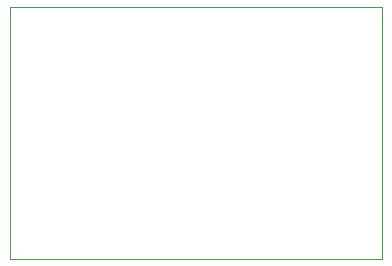
<source format=gm1>
G04 #@! TF.FileFunction,Profile,NP*
%FSLAX46Y46*%
G04 Gerber Fmt 4.6, Leading zero omitted, Abs format (unit mm)*
G04 Created by KiCad (PCBNEW 4.0.5+dfsg1-4) date Sun Sep 17 22:55:48 2017*
%MOMM*%
%LPD*%
G01*
G04 APERTURE LIST*
%ADD10C,0.100000*%
G04 APERTURE END LIST*
D10*
X105918000Y-96520000D02*
X108458000Y-96520000D01*
X105918000Y-75184000D02*
X105918000Y-96520000D01*
X113538000Y-75184000D02*
X134874000Y-75184000D01*
X113538000Y-75184000D02*
X105918000Y-75184000D01*
X134874000Y-75184000D02*
X137414000Y-75184000D01*
X110998000Y-96520000D02*
X132334000Y-96520000D01*
X110998000Y-96520000D02*
X108458000Y-96520000D01*
X132334000Y-96520000D02*
X137414000Y-96520000D01*
X137414000Y-93980000D02*
X137414000Y-80264000D01*
X137414000Y-96520000D02*
X137414000Y-93980000D01*
X137414000Y-75184000D02*
X137414000Y-80264000D01*
M02*

</source>
